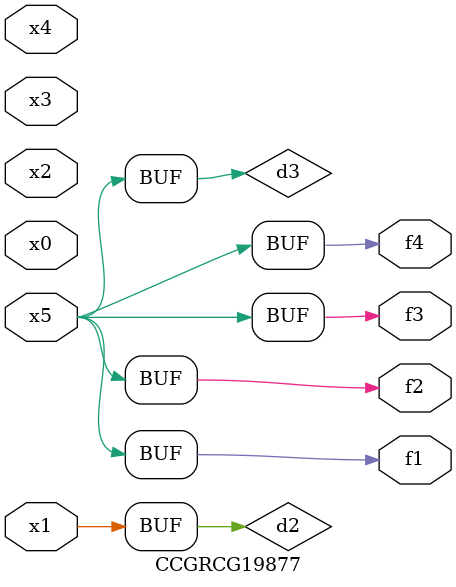
<source format=v>
module CCGRCG19877(
	input x0, x1, x2, x3, x4, x5,
	output f1, f2, f3, f4
);

	wire d1, d2, d3;

	not (d1, x5);
	or (d2, x1);
	xnor (d3, d1);
	assign f1 = d3;
	assign f2 = d3;
	assign f3 = d3;
	assign f4 = d3;
endmodule

</source>
